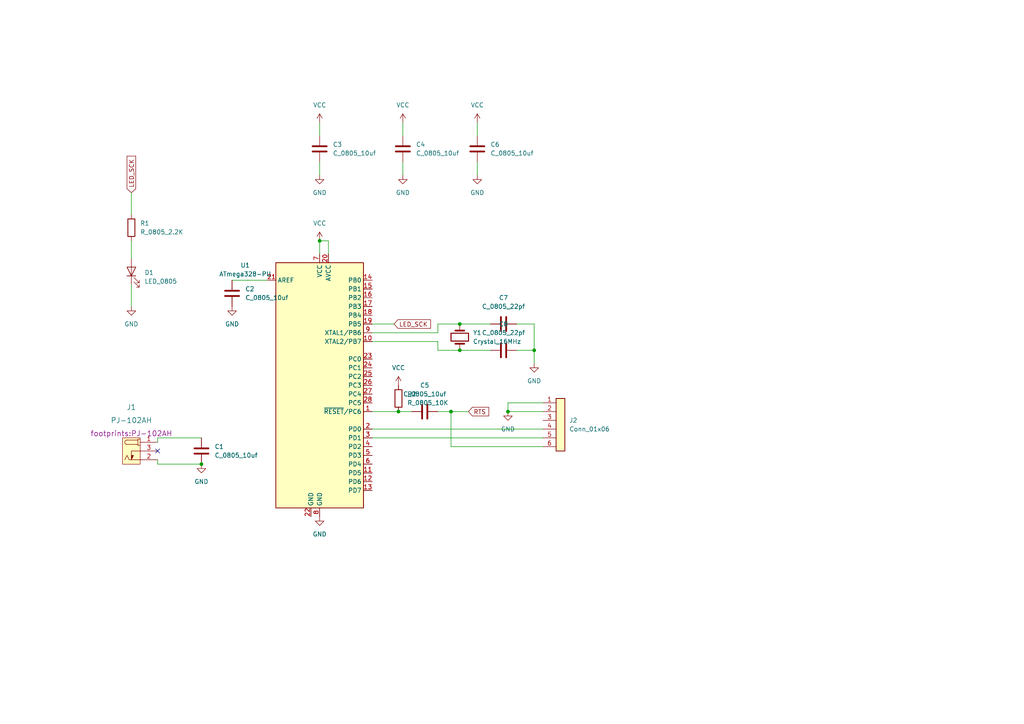
<source format=kicad_sch>
(kicad_sch (version 20211123) (generator eeschema)
  (paper "A4")
  (lib_symbols
    (symbol "HPS:ATmega328-PU"
      (property "Reference" "U" (at -11.43 39.37 0))
      (property "Value" "ATmega328-PU" (at -17.78 38.1 0))
      (symbol "ATmega328-PU_0_1"
        (rectangle (start -12.7 -35.56) (end 12.7 35.56) (stroke (width 0.254)) (fill (type background)))
      )
      (symbol "ATmega328-PU_1_1"
        (pin tri_state line (at 15.24 -7.62 180) (length 2.54) (name "~{RESET}/PC6") (number "1"))
        (pin tri_state line (at 15.24 12.7 180) (length 2.54) (name "XTAL2/PB7") (number "10"))
        (pin tri_state line (at 15.24 -25.4 180) (length 2.54) (name "PD5") (number "11"))
        (pin tri_state line (at 15.24 -27.94 180) (length 2.54) (name "PD6") (number "12"))
        (pin tri_state line (at 15.24 -30.48 180) (length 2.54) (name "PD7") (number "13"))
        (pin tri_state line (at 15.24 30.48 180) (length 2.54) (name "PB0") (number "14"))
        (pin tri_state line (at 15.24 27.94 180) (length 2.54) (name "PB1") (number "15"))
        (pin tri_state line (at 15.24 25.4 180) (length 2.54) (name "PB2") (number "16"))
        (pin tri_state line (at 15.24 22.86 180) (length 2.54) (name "PB3") (number "17"))
        (pin tri_state line (at 15.24 20.32 180) (length 2.54) (name "PB4") (number "18"))
        (pin tri_state line (at 15.24 17.78 180) (length 2.54) (name "PB5") (number "19"))
        (pin tri_state line (at 15.24 -12.7 180) (length 2.54) (name "PD0") (number "2"))
        (pin power_in line (at 2.54 38.1 270) (length 2.54) (name "AVCC") (number "20"))
        (pin passive line (at -15.24 30.48 0) (length 2.54) (name "AREF") (number "21"))
        (pin power_in line (at -2.54 -38.1 90) (length 2.54) (name "GND") (number "22"))
        (pin tri_state line (at 15.24 7.62 180) (length 2.54) (name "PC0") (number "23"))
        (pin tri_state line (at 15.24 5.08 180) (length 2.54) (name "PC1") (number "24"))
        (pin tri_state line (at 15.24 2.54 180) (length 2.54) (name "PC2") (number "25"))
        (pin tri_state line (at 15.24 0 180) (length 2.54) (name "PC3") (number "26"))
        (pin tri_state line (at 15.24 -2.54 180) (length 2.54) (name "PC4") (number "27"))
        (pin tri_state line (at 15.24 -5.08 180) (length 2.54) (name "PC5") (number "28"))
        (pin tri_state line (at 15.24 -15.24 180) (length 2.54) (name "PD1") (number "3"))
        (pin tri_state line (at 15.24 -17.78 180) (length 2.54) (name "PD2") (number "4"))
        (pin tri_state line (at 15.24 -20.32 180) (length 2.54) (name "PD3") (number "5"))
        (pin tri_state line (at 15.24 -22.86 180) (length 2.54) (name "PD4") (number "6"))
        (pin power_in line (at 0 38.1 270) (length 2.54) (name "VCC") (number "7"))
        (pin power_in line (at 0 -38.1 90) (length 2.54) (name "GND") (number "8"))
        (pin tri_state line (at 15.24 15.24 180) (length 2.54) (name "XTAL1/PB6") (number "9"))
      )
    )
    (symbol "HPS:C_0805_10uf" (pin_numbers hide) (pin_names (offset 0.254))
      (property "Reference" "C" (at 0.635 2.54 0))
      (property "Value" "C_0805_10uf" (at 0.635 -2.54 0))
      (symbol "C_0805_10uf_0_1"
        (polyline (pts (xy -2.032 -0.762) (xy 2.032 -0.762)) (stroke (width 0.508)))
        (polyline (pts (xy -2.032 0.762) (xy 2.032 0.762)) (stroke (width 0.508)))
      )
      (symbol "C_0805_10uf_1_1"
        (pin passive line (at 0 3.81 270) (length 2.794) (name "~") (number "1"))
        (pin passive line (at 0 -3.81 90) (length 2.794) (name "~") (number "2"))
      )
    )
    (symbol "HPS:C_0805_22pf" (pin_numbers hide) (pin_names (offset 0.254))
      (property "Reference" "C" (at 0.635 2.54 0))
      (property "Value" "C_0805_22pf" (at 0.635 -2.54 0))
      (symbol "C_0805_22pf_0_1"
        (polyline (pts (xy -2.032 -0.762) (xy 2.032 -0.762)) (stroke (width 0.508)))
        (polyline (pts (xy -2.032 0.762) (xy 2.032 0.762)) (stroke (width 0.508)))
      )
      (symbol "C_0805_22pf_1_1"
        (pin passive line (at 0 3.81 270) (length 2.794) (name "~") (number "1"))
        (pin passive line (at 0 -3.81 90) (length 2.794) (name "~") (number "2"))
      )
    )
    (symbol "HPS:Conn_01x06" (pin_names (offset 1.016) hide)
      (property "Reference" "J" (at 0 7.62 0))
      (property "Value" "Conn_01x06" (at 0 -10.16 0))
      (symbol "Conn_01x06_1_1"
        (rectangle (start -1.27 6.35) (end 1.27 -8.89) (stroke (width 0.254)) (fill (type background)))
        (pin passive line (at -5.08 5.08 0) (length 3.81) (name "Pin_1") (number "1"))
        (pin passive line (at -5.08 2.54 0) (length 3.81) (name "Pin_2") (number "2"))
        (pin passive line (at -5.08 0 0) (length 3.81) (name "Pin_3") (number "3"))
        (pin passive line (at -5.08 -2.54 0) (length 3.81) (name "Pin_4") (number "4"))
        (pin passive line (at -5.08 -5.08 0) (length 3.81) (name "Pin_5") (number "5"))
        (pin passive line (at -5.08 -7.62 0) (length 3.81) (name "Pin_6") (number "6"))
      )
    )
    (symbol "HPS:Crystal_16MHz" (pin_numbers hide) (pin_names (offset 1.016) hide)
      (property "Reference" "Y" (at 0 3.81 0))
      (property "Value" "Crystal_16MHz" (at 0 -3.81 0))
      (symbol "Crystal_16MHz_0_1"
        (rectangle (start -1.143 2.54) (end 1.143 -2.54) (stroke (width 0.3048)))
        (polyline (pts (xy -2.54 0) (xy -1.905 0)))
        (polyline (pts (xy -1.905 -1.27) (xy -1.905 1.27)) (stroke (width 0.508)))
        (polyline (pts (xy 1.905 -1.27) (xy 1.905 1.27)) (stroke (width 0.508)))
        (polyline (pts (xy 2.54 0) (xy 1.905 0)))
      )
      (symbol "Crystal_16MHz_1_1"
        (pin passive line (at -3.81 0 0) (length 1.27) (name "1") (number "1"))
        (pin passive line (at 3.81 0 180) (length 1.27) (name "2") (number "2"))
      )
    )
    (symbol "HPS:GND" (power) (pin_names (offset 0))
      (property "Value" "GND" (at 0 -3.81 0))
      (symbol "GND_0_1"
        (polyline (pts (xy 0 0) (xy 0 -1.27) (xy 1.27 -1.27) (xy 0 -2.54) (xy -1.27 -1.27) (xy 0 -1.27)))
      )
      (symbol "GND_1_1"
        (pin power_in line (at 0 0 270) (length 0) hide (name "GND") (number "1"))
      )
    )
    (symbol "HPS:LED_0805" (pin_numbers hide) (pin_names (offset 1.016) hide)
      (property "Reference" "D" (at 0 2.54 0))
      (property "Value" "LED_0805" (at 0 -2.54 0))
      (symbol "LED_0805_0_1"
        (polyline (pts (xy -1.27 -1.27) (xy -1.27 1.27)) (stroke (width 0.2032)))
        (polyline (pts (xy -1.27 0) (xy 1.27 0)))
        (polyline (pts (xy 1.27 -1.27) (xy 1.27 1.27) (xy -1.27 0) (xy 1.27 -1.27)) (stroke (width 0.2032)))
        (polyline (pts (xy -3.048 -0.762) (xy -4.572 -2.286) (xy -3.81 -2.286) (xy -4.572 -2.286) (xy -4.572 -1.524)))
        (polyline (pts (xy -1.778 -0.762) (xy -3.302 -2.286) (xy -2.54 -2.286) (xy -3.302 -2.286) (xy -3.302 -1.524)))
      )
      (symbol "LED_0805_1_1"
        (pin passive line (at -3.81 0 0) (length 2.54) (name "K") (number "1"))
        (pin passive line (at 3.81 0 180) (length 2.54) (name "A") (number "2"))
      )
    )
    (symbol "HPS:PJ-102AH" (pin_names (offset 1.016) hide)
      (property "Reference" "J" (at -2.54 5.08 0))
      (property "Value" "PJ-102AH" (at 0 -5.334 0))
      (property "Footprint" "footprints:PJ-102AH" (at 0 -7.874 0))
      (symbol "PJ-102AH_0_1"
        (arc (start -3.81 3.175) (mid -4.445 2.54) (end -3.81 1.905))
        (polyline (pts (xy -0.635 1.905) (xy -3.81 1.905)))
        (polyline (pts (xy -0.635 1.905) (xy -0.635 3.175)))
        (polyline (pts (xy -0.635 3.175) (xy -3.81 3.175)))
        (polyline (pts (xy -2.54 -1.27) (xy -2.54 0) (xy 0 0)))
        (polyline (pts (xy -0.635 1.905) (xy -0.635 1.651) (xy 0 1.651)))
        (polyline (pts (xy -0.635 3.175) (xy -0.635 3.429) (xy 0 3.429)))
        (polyline (pts (xy -2.54 -2.54) (xy -1.905 -1.27) (xy -2.54 -1.27) (xy -2.54 -2.54)) (fill (type outline)))
        (polyline (pts (xy 0 -2.54) (xy -3.175 -2.54) (xy -3.81 -1.27) (xy -4.445 -2.54)))
        (rectangle (start 0 3.81) (end -5.08 -3.81) (fill (type background)))
      )
      (symbol "PJ-102AH_1_1"
        (pin passive line (at 5.08 2.54 180) (length 5.08) (name "POLE") (number "1"))
        (pin passive line (at 5.08 -2.54 180) (length 5.08) (name "OUT") (number "2"))
        (pin passive line (at 5.08 0 180) (length 5.08) (name "OUT") (number "3"))
      )
    )
    (symbol "HPS:R_0805_10K" (pin_numbers hide) (pin_names (offset 0))
      (property "Reference" "R" (at 2.032 0 90))
      (property "Value" "R_0805_10K" (at -2.54 0 90))
      (symbol "R_0805_10K_0_1"
        (rectangle (start -1.016 -2.54) (end 1.016 2.54) (stroke (width 0.254)))
      )
      (symbol "R_0805_10K_1_1"
        (pin passive line (at 0 3.81 270) (length 1.27) (name "~") (number "1"))
        (pin passive line (at 0 -3.81 90) (length 1.27) (name "~") (number "2"))
      )
    )
    (symbol "HPS:R_0805_2.2K" (pin_numbers hide) (pin_names (offset 0))
      (property "Reference" "R" (at 2.032 0 90))
      (property "Value" "R_0805_2.2K" (at -2.54 0 90))
      (symbol "R_0805_2.2K_0_1"
        (rectangle (start -1.016 -2.54) (end 1.016 2.54) (stroke (width 0.254)))
      )
      (symbol "R_0805_2.2K_1_1"
        (pin passive line (at 0 3.81 270) (length 1.27) (name "~") (number "1"))
        (pin passive line (at 0 -3.81 90) (length 1.27) (name "~") (number "2"))
      )
    )
    (symbol "HPS:VCC" (power) (pin_names (offset 0))
      (property "Value" "VCC" (at 0 3.81 0))
      (symbol "VCC_0_1"
        (polyline (pts (xy -0.762 1.27) (xy 0 2.54)))
        (polyline (pts (xy 0 0) (xy 0 2.54)))
        (polyline (pts (xy 0 2.54) (xy 0.762 1.27)))
      )
      (symbol "VCC_1_1"
        (pin power_in line (at 0 0 90) (length 0) hide (name "VCC") (number "1"))
      )
    )
  )
  (junction (at 154.94 101.6))
  (junction (at 115.57 119.38))
  (junction (at 130.81 119.38))
  (junction (at 147.32 119.38))
  (junction (at 133.35 93.98))
  (junction (at 133.35 101.6))
  (junction (at 58.42 134.62))
  (junction (at 92.71 69.85))
  (no_connect (at 45.72 130.81))
  (wire (pts (xy 115.57 119.38) (xy 119.38 119.38)))
  (wire (pts (xy 45.72 134.62) (xy 58.42 134.62)))
  (wire (pts (xy 92.71 69.85) (xy 92.71 73.66)))
  (wire (pts (xy 149.86 93.98) (xy 154.94 93.98)))
  (wire (pts (xy 107.95 127) (xy 157.48 127)))
  (wire (pts (xy 130.81 129.54) (xy 157.48 129.54)))
  (wire (pts (xy 127 101.6) (xy 133.35 101.6)))
  (wire (pts (xy 130.81 119.38) (xy 130.81 129.54)))
  (wire (pts (xy 116.84 46.99) (xy 116.84 50.8)))
  (wire (pts (xy 92.71 35.56) (xy 92.71 39.37)))
  (wire (pts (xy 107.95 119.38) (xy 115.57 119.38)))
  (wire (pts (xy 107.95 96.52) (xy 127 96.52)))
  (wire (pts (xy 107.95 124.46) (xy 157.48 124.46)))
  (wire (pts (xy 135.89 119.38) (xy 130.81 119.38)))
  (wire (pts (xy 133.35 101.6) (xy 142.24 101.6)))
  (wire (pts (xy 127 96.52) (xy 127 93.98)))
  (wire (pts (xy 38.1 69.85) (xy 38.1 74.93)))
  (wire (pts (xy 157.48 116.84) (xy 147.32 116.84)))
  (wire (pts (xy 127 93.98) (xy 133.35 93.98)))
  (wire (pts (xy 149.86 101.6) (xy 154.94 101.6)))
  (wire (pts (xy 147.32 116.84) (xy 147.32 119.38)))
  (wire (pts (xy 147.32 119.38) (xy 157.48 119.38)))
  (wire (pts (xy 38.1 55.88) (xy 38.1 62.23)))
  (wire (pts (xy 154.94 101.6) (xy 154.94 105.41)))
  (wire (pts (xy 114.3 93.98) (xy 107.95 93.98)))
  (wire (pts (xy 38.1 82.55) (xy 38.1 88.9)))
  (wire (pts (xy 138.43 35.56) (xy 138.43 39.37)))
  (wire (pts (xy 127 119.38) (xy 130.81 119.38)))
  (wire (pts (xy 107.95 99.06) (xy 127 99.06)))
  (wire (pts (xy 45.72 128.27) (xy 45.72 127)))
  (wire (pts (xy 154.94 93.98) (xy 154.94 101.6)))
  (wire (pts (xy 127 99.06) (xy 127 101.6)))
  (wire (pts (xy 138.43 46.99) (xy 138.43 50.8)))
  (wire (pts (xy 45.72 133.35) (xy 45.72 134.62)))
  (wire (pts (xy 45.72 127) (xy 58.42 127)))
  (wire (pts (xy 67.31 81.28) (xy 77.47 81.28)))
  (wire (pts (xy 133.35 93.98) (xy 142.24 93.98)))
  (wire (pts (xy 92.71 69.85) (xy 95.25 69.85)))
  (wire (pts (xy 95.25 69.85) (xy 95.25 73.66)))
  (wire (pts (xy 116.84 35.56) (xy 116.84 39.37)))
  (wire (pts (xy 92.71 46.99) (xy 92.71 50.8)))
  (global_label "RTS" (shape input) (at 135.89 119.38 0) (property "Intersheet References" "${INTERSHEET_REFS}" (effects hide)))
  (global_label "LED_SCK" (shape input) (at 38.1 55.88 90) (property "Intersheet References" "${INTERSHEET_REFS}" (effects hide)))
  (global_label "LED_SCK" (shape input) (at 114.3 93.98 0) (property "Intersheet References" "${INTERSHEET_REFS}" (effects hide)))
  (symbol (lib_id "HPS:GND") (at 38.1 88.9 0) (unit 1)
    (property "Reference" "#PWR01" (effects hide))
    (property "Value" "GND" (at 38.1 93.98 0))
  )
  (symbol (lib_id "HPS:Conn_01x06") (at 162.56 121.92 0) (unit 1)
    (property "Reference" "J2" (at 165.1 121.9199 0) (effects (justify left)))
    (property "Value" "Conn_01x06" (at 165.1 124.4599 0) (effects (justify left)))
    (property "Footprint" "footprints:PinHeader_1x06_P2.54mm_Vertical" (effects hide))
    (property "Datasheet" "https://www.we-online.de/katalog/datasheet/6130xx11121.pdf" (effects hide))
    (property "MFG" "Würth Elektronik" (effects hide))
    (property "MPN" "61300611121" (effects hide))
    (property "Digikey PN" "732-5319-ND" (effects hide))
    (property "Mouser PN" "N/A" (effects hide))
  )
  (symbol (lib_id "HPS:C_0805_10uf") (at 67.31 85.09 0) (unit 1)
    (property "Reference" "C2" (at 71.12 83.8199 0) (effects (justify left)))
    (property "Value" "C_0805_10uf" (at 71.12 86.3599 0) (effects (justify left)))
    (property "Footprint" "footprints:C_0805_2012Metric" (effects hide))
    (property "Datasheet" "https://search.murata.co.jp/Ceramy/image/img/A01X/G101/ENG/GRM21BR61E106KA73-01.pdf" (effects hide))
    (property "MFG" "Murata Electronics" (effects hide))
    (property "MPN" "GRM21BR61E106KA73L" (effects hide))
    (property "Digikey PN" "490-5523-1-ND" (effects hide))
    (property "Mouser PN" "N/A" (effects hide))
    (property "Voltage" "N/A" (effects hide))
    (property "Dielectric" "N/A" (effects hide))
    (property "Tolerance" "N/A" (effects hide))
  )
  (symbol (lib_id "HPS:R_0805_2.2K") (at 38.1 66.04 0) (unit 1)
    (property "Reference" "R1" (at 40.64 64.7699 0) (effects (justify left)))
    (property "Value" "R_0805_2.2K" (at 40.64 67.3099 0) (effects (justify left)))
    (property "Footprint" "footprints:R_0805_2012Metric" (effects hide))
    (property "Datasheet" "https://www.digikey.com/en/products/detail/yageo/RC0805FR-072K2L/727676" (effects hide))
    (property "MFG" "N/A" (effects hide))
    (property "MPN" "N/A" (effects hide))
    (property "Digikey PN" "311-2.20KCRCT-ND" (effects hide))
    (property "Mouser PN" "N/A" (effects hide))
    (property "Power" "N/A" (effects hide))
    (property "Tolerance" "N/A" (effects hide))
  )
  (symbol (lib_id "HPS:ATmega328-PU") (at 92.71 111.76 0) (unit 1)
    (property "Reference" "U1" (at 71.12 76.9493 0))
    (property "Value" "ATmega328-PU" (at 71.12 79.4893 0))
    (property "Footprint" "footprints:DIP-28_W7.62mm" (effects hide))
    (property "Datasheet" "http://www.microchip.com/mymicrochip/filehandler.aspx?ddocname=en608326" (effects hide))
    (property "MFG" "On Shore Technology Inc." (effects hide))
    (property "MPN" "ED281DT" (effects hide))
    (property "Digikey PN" "ED3050-5-ND" (effects hide))
    (property "Mouser PN" "N/A" (effects hide))
  )
  (symbol (lib_id "HPS:GND") (at 92.71 50.8 0) (unit 1)
    (property "Reference" "#PWR05" (effects hide))
    (property "Value" "GND" (at 92.71 55.88 0))
  )
  (symbol (lib_id "HPS:GND") (at 67.31 88.9 0) (unit 1)
    (property "Reference" "#PWR03" (effects hide))
    (property "Value" "GND" (at 67.31 93.98 0))
  )
  (symbol (lib_id "HPS:LED_0805") (at 38.1 78.74 90) (unit 1)
    (property "Reference" "D1" (at 41.91 79.0701 90) (effects (justify right)))
    (property "Value" "LED_0805" (at 41.91 81.6101 90) (effects (justify right)))
    (property "Footprint" "footprints:LED_0805_2012Metric" (effects hide))
    (property "Datasheet" "https://www.we-online.de/katalog/datasheet/150080RS75000.pdf" (effects hide))
    (property "MFG" "Würth Elektronik" (effects hide))
    (property "MPN" "150080RS75000" (effects hide))
    (property "Digikey PN" "732-4984-1-ND" (effects hide))
    (property "Mouser PN" "N/A" (effects hide))
  )
  (symbol (lib_id "HPS:GND") (at 154.94 105.41 0) (unit 1)
    (property "Reference" "#PWR014" (effects hide))
    (property "Value" "GND" (at 154.94 110.49 0))
  )
  (symbol (lib_id "HPS:GND") (at 58.42 134.62 0) (unit 1)
    (property "Reference" "#PWR02" (effects hide))
    (property "Value" "GND" (at 58.42 139.7 0))
  )
  (symbol (lib_id "HPS:VCC") (at 92.71 35.56 0) (unit 1)
    (property "Reference" "#PWR04" (effects hide))
    (property "Value" "VCC" (at 92.71 30.48 0))
  )
  (symbol (lib_id "HPS:VCC") (at 116.84 35.56 0) (unit 1)
    (property "Reference" "#PWR09" (effects hide))
    (property "Value" "VCC" (at 116.84 30.48 0))
  )
  (symbol (lib_id "HPS:VCC") (at 92.71 69.85 0) (unit 1)
    (property "Reference" "#PWR06" (effects hide))
    (property "Value" "VCC" (at 92.71 64.77 0))
  )
  (symbol (lib_id "HPS:VCC") (at 115.57 111.76 0) (unit 1)
    (property "Reference" "#PWR08" (effects hide))
    (property "Value" "VCC" (at 115.57 106.68 0))
  )
  (symbol (lib_id "HPS:C_0805_10uf") (at 116.84 43.18 0) (unit 1)
    (property "Reference" "C4" (at 120.65 41.9099 0) (effects (justify left)))
    (property "Value" "C_0805_10uf" (at 120.65 44.4499 0) (effects (justify left)))
    (property "Footprint" "footprints:C_0805_2012Metric" (effects hide))
    (property "Datasheet" "https://search.murata.co.jp/Ceramy/image/img/A01X/G101/ENG/GRM21BR61E106KA73-01.pdf" (effects hide))
    (property "MFG" "Murata Electronics" (effects hide))
    (property "MPN" "GRM21BR61E106KA73L" (effects hide))
    (property "Digikey PN" "490-5523-1-ND" (effects hide))
    (property "Mouser PN" "N/A" (effects hide))
    (property "Voltage" "N/A" (effects hide))
    (property "Dielectric" "N/A" (effects hide))
    (property "Tolerance" "N/A" (effects hide))
  )
  (symbol (lib_id "HPS:GND") (at 92.71 149.86 0) (unit 1)
    (property "Reference" "#PWR07" (effects hide))
    (property "Value" "GND" (at 92.71 154.94 0))
  )
  (symbol (lib_id "HPS:Crystal_16MHz") (at 133.35 97.79 90) (unit 1)
    (property "Reference" "Y1" (at 137.16 96.5199 90) (effects (justify right)))
    (property "Value" "Crystal_16MHz" (at 137.16 99.0599 90) (effects (justify right)))
    (property "Footprint" "footprints:Crystal_SMD_HC49-SD" (effects hide))
    (property "Datasheet" "https://ecsxtal.com/store/pdf/csm-7x-dn.pdf" (effects hide))
    (property "MFG" "ECS Inc." (effects hide))
    (property "MPN" "ECS-160-20-5PXDN-TR" (effects hide))
    (property "Digikey PN" "XC1299CT-ND" (effects hide))
    (property "Mouser PN" "N/A" (effects hide))
  )
  (symbol (lib_id "HPS:PJ-102AH") (at 40.64 130.81 0) (unit 1)
    (property "Reference" "J1" (at 38.1 118.11 0) (effects (font (size 1.524 1.524))))
    (property "Value" "PJ-102AH" (at 38.1 121.92 0) (effects (font (size 1.524 1.524))))
    (property "Footprint" "footprints:PJ-102AH" (at 38.1 125.73 0) (effects (font (size 1.524 1.524))))
    (property "Datasheet" "https://www.cuidevices.com/product/resource/pj-102ah.pdf" (effects hide))
    (property "MFG" "CUI Devices" (effects hide))
    (property "MPN" "PJ-102AH" (effects hide))
    (property "Digikey PN" "CP-102AH-ND" (effects hide))
    (property "Mouser PN" "490-PJ-102AH" (effects hide))
  )
  (symbol (lib_id "HPS:R_0805_10K") (at 115.57 115.57 0) (unit 1)
    (property "Reference" "R2" (at 118.11 114.2999 0) (effects (justify left)))
    (property "Value" "R_0805_10K" (at 118.11 116.8399 0) (effects (justify left)))
    (property "Footprint" "footprints:R_0805_2012Metric" (effects hide))
    (property "Datasheet" "https://www.digikey.com/en/products/detail/yageo/RC0805FR-0710KL/727535" (effects hide))
    (property "MFG" "Yageo" (effects hide))
    (property "MPN" "RC0805FR-0710KL" (effects hide))
    (property "Digikey PN" "311-10.0KCRCT-ND" (effects hide))
    (property "Mouser PN" "N/A" (effects hide))
    (property "Power" "N/A" (effects hide))
    (property "Tolerance" "N/A" (effects hide))
  )
  (symbol (lib_id "HPS:C_0805_22pf") (at 146.05 93.98 90) (unit 1)
    (property "Reference" "C7" (at 146.05 86.36 90))
    (property "Value" "C_0805_22pf" (at 146.05 88.9 90))
    (property "Footprint" "footprints:C_0805_2012Metric" (effects hide))
    (property "Datasheet" "https://www.yageo.com/upload/media/product/productsearch/datasheet/mlcc/UPY-GP_NP0_16V-to-50V_18.pdf" (effects hide))
    (property "MFG" "Yageo" (effects hide))
    (property "MPN" "CC0805JRNPO9BN220" (effects hide))
    (property "Digikey PN" "311-1103-1-ND" (effects hide))
    (property "Mouser PN" "N/A" (effects hide))
    (property "Voltage" "N/A" (effects hide))
    (property "Dielectric" "N/A" (effects hide))
    (property "Tolerance" "N/A" (effects hide))
  )
  (symbol (lib_id "HPS:GND") (at 147.32 119.38 0) (unit 1)
    (property "Reference" "#PWR013" (effects hide))
    (property "Value" "GND" (at 147.32 124.46 0))
  )
  (symbol (lib_id "HPS:C_0805_22pf") (at 146.05 101.6 90) (unit 1)
    (property "Reference" "C8" (at 146.05 93.98 90))
    (property "Value" "C_0805_22pf" (at 146.05 96.52 90))
    (property "Footprint" "footprints:C_0805_2012Metric" (effects hide))
    (property "Datasheet" "https://www.yageo.com/upload/media/product/productsearch/datasheet/mlcc/UPY-GP_NP0_16V-to-50V_18.pdf" (effects hide))
    (property "MFG" "Yageo" (effects hide))
    (property "MPN" "CC0805JRNPO9BN220" (effects hide))
    (property "Digikey PN" "311-1103-1-ND" (effects hide))
    (property "Mouser PN" "N/A" (effects hide))
    (property "Voltage" "N/A" (effects hide))
    (property "Dielectric" "N/A" (effects hide))
    (property "Tolerance" "N/A" (effects hide))
  )
  (symbol (lib_id "HPS:GND") (at 116.84 50.8 0) (unit 1)
    (property "Reference" "#PWR010" (effects hide))
    (property "Value" "GND" (at 116.84 55.88 0))
  )
  (symbol (lib_id "HPS:C_0805_10uf") (at 138.43 43.18 0) (unit 1)
    (property "Reference" "C6" (at 142.24 41.9099 0) (effects (justify left)))
    (property "Value" "C_0805_10uf" (at 142.24 44.4499 0) (effects (justify left)))
    (property "Footprint" "footprints:C_0805_2012Metric" (effects hide))
    (property "Datasheet" "https://search.murata.co.jp/Ceramy/image/img/A01X/G101/ENG/GRM21BR61E106KA73-01.pdf" (effects hide))
    (property "MFG" "Murata Electronics" (effects hide))
    (property "MPN" "GRM21BR61E106KA73L" (effects hide))
    (property "Digikey PN" "490-5523-1-ND" (effects hide))
    (property "Mouser PN" "N/A" (effects hide))
    (property "Voltage" "N/A" (effects hide))
    (property "Dielectric" "N/A" (effects hide))
    (property "Tolerance" "N/A" (effects hide))
  )
  (symbol (lib_id "HPS:VCC") (at 138.43 35.56 0) (unit 1)
    (property "Reference" "#PWR011" (effects hide))
    (property "Value" "VCC" (at 138.43 30.48 0))
  )
  (symbol (lib_id "HPS:GND") (at 138.43 50.8 0) (unit 1)
    (property "Reference" "#PWR012" (effects hide))
    (property "Value" "GND" (at 138.43 55.88 0))
  )
  (symbol (lib_id "HPS:C_0805_10uf") (at 123.19 119.38 90) (unit 1)
    (property "Reference" "C5" (at 123.19 111.76 90))
    (property "Value" "C_0805_10uf" (at 123.19 114.3 90))
    (property "Footprint" "footprints:C_0805_2012Metric" (effects hide))
    (property "Datasheet" "https://search.murata.co.jp/Ceramy/image/img/A01X/G101/ENG/GRM21BR61E106KA73-01.pdf" (effects hide))
    (property "MFG" "Murata Electronics" (effects hide))
    (property "MPN" "GRM21BR61E106KA73L" (effects hide))
    (property "Digikey PN" "490-5523-1-ND" (effects hide))
    (property "Mouser PN" "N/A" (effects hide))
    (property "Voltage" "N/A" (effects hide))
    (property "Dielectric" "N/A" (effects hide))
    (property "Tolerance" "N/A" (effects hide))
  )
  (symbol (lib_id "HPS:C_0805_10uf") (at 92.71 43.18 0) (unit 1)
    (property "Reference" "C3" (at 96.52 41.9099 0) (effects (justify left)))
    (property "Value" "C_0805_10uf" (at 96.52 44.4499 0) (effects (justify left)))
    (property "Footprint" "footprints:C_0805_2012Metric" (effects hide))
    (property "Datasheet" "https://search.murata.co.jp/Ceramy/image/img/A01X/G101/ENG/GRM21BR61E106KA73-01.pdf" (effects hide))
    (property "MFG" "Murata Electronics" (effects hide))
    (property "MPN" "GRM21BR61E106KA73L" (effects hide))
    (property "Digikey PN" "490-5523-1-ND" (effects hide))
    (property "Mouser PN" "N/A" (effects hide))
    (property "Voltage" "N/A" (effects hide))
    (property "Dielectric" "N/A" (effects hide))
    (property "Tolerance" "N/A" (effects hide))
  )
  (symbol (lib_id "HPS:C_0805_10uf") (at 58.42 130.81 0) (unit 1)
    (property "Reference" "C1" (at 62.23 129.5399 0) (effects (justify left)))
    (property "Value" "C_0805_10uf" (at 62.23 132.0799 0) (effects (justify left)))
    (property "Footprint" "footprints:C_0805_2012Metric" (effects hide))
    (property "Datasheet" "https://search.murata.co.jp/Ceramy/image/img/A01X/G101/ENG/GRM21BR61E106KA73-01.pdf" (effects hide))
    (property "MFG" "Murata Electronics" (effects hide))
    (property "MPN" "GRM21BR61E106KA73L" (effects hide))
    (property "Digikey PN" "490-5523-1-ND" (effects hide))
    (property "Mouser PN" "N/A" (effects hide))
    (property "Voltage" "N/A" (effects hide))
    (property "Dielectric" "N/A" (effects hide))
    (property "Tolerance" "N/A" (effects hide))
  )
)
</source>
